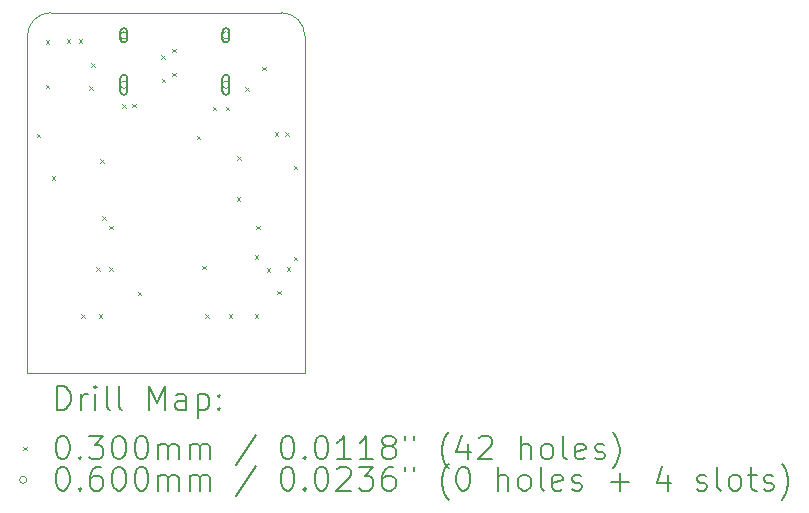
<source format=gbr>
%TF.GenerationSoftware,KiCad,Pcbnew,6.0.7+dfsg-1~bpo11+1*%
%TF.ProjectId,project,70726f6a-6563-4742-9e6b-696361645f70,rev?*%
%TF.SameCoordinates,Original*%
%TF.FileFunction,Drillmap*%
%TF.FilePolarity,Positive*%
%FSLAX45Y45*%
G04 Gerber Fmt 4.5, Leading zero omitted, Abs format (unit mm)*
%MOMM*%
%LPD*%
G01*
G04 APERTURE LIST*
%ADD10C,0.100000*%
%ADD11C,0.200000*%
%ADD12C,0.030000*%
%ADD13C,0.060000*%
G04 APERTURE END LIST*
D10*
X12225000Y-12647500D02*
X10115000Y-12647500D01*
X12350000Y-9800000D02*
X12350000Y-12647500D01*
X10000000Y-9800000D02*
X10000000Y-12647500D01*
X12350000Y-9800000D02*
G75*
G03*
X12150000Y-9600000I-200000J0D01*
G01*
X12225000Y-12647500D02*
X12350000Y-12647500D01*
X10200000Y-9600000D02*
X12150000Y-9600000D01*
X10115000Y-12647500D02*
X10000000Y-12647500D01*
X10200000Y-9600000D02*
G75*
G03*
X10000000Y-9800000I0J-200000D01*
G01*
D11*
D12*
X10081250Y-10626250D02*
X10111250Y-10656250D01*
X10111250Y-10626250D02*
X10081250Y-10656250D01*
X10155000Y-9835000D02*
X10185000Y-9865000D01*
X10185000Y-9835000D02*
X10155000Y-9865000D01*
X10155000Y-10212500D02*
X10185000Y-10242500D01*
X10185000Y-10212500D02*
X10155000Y-10242500D01*
X10205000Y-10985000D02*
X10235000Y-11015000D01*
X10235000Y-10985000D02*
X10205000Y-11015000D01*
X10335000Y-9825000D02*
X10365000Y-9855000D01*
X10365000Y-9825000D02*
X10335000Y-9855000D01*
X10433750Y-9823750D02*
X10463750Y-9853750D01*
X10463750Y-9823750D02*
X10433750Y-9853750D01*
X10455000Y-12155000D02*
X10485000Y-12185000D01*
X10485000Y-12155000D02*
X10455000Y-12185000D01*
X10525000Y-10222500D02*
X10555000Y-10252500D01*
X10555000Y-10222500D02*
X10525000Y-10252500D01*
X10539373Y-10029378D02*
X10569373Y-10059378D01*
X10569373Y-10029378D02*
X10539373Y-10059378D01*
X10585000Y-11755000D02*
X10615000Y-11785000D01*
X10615000Y-11755000D02*
X10585000Y-11785000D01*
X10605000Y-12155000D02*
X10635000Y-12185000D01*
X10635000Y-12155000D02*
X10605000Y-12185000D01*
X10616250Y-10841250D02*
X10646250Y-10871250D01*
X10646250Y-10841250D02*
X10616250Y-10871250D01*
X10635000Y-11325000D02*
X10665000Y-11355000D01*
X10665000Y-11325000D02*
X10635000Y-11355000D01*
X10695000Y-11405050D02*
X10725000Y-11435050D01*
X10725000Y-11405050D02*
X10695000Y-11435050D01*
X10695000Y-11755000D02*
X10725000Y-11785000D01*
X10725000Y-11755000D02*
X10695000Y-11785000D01*
X10805000Y-10375000D02*
X10835000Y-10405000D01*
X10835000Y-10375000D02*
X10805000Y-10405000D01*
X10890000Y-10370000D02*
X10920000Y-10400000D01*
X10920000Y-10370000D02*
X10890000Y-10400000D01*
X10933750Y-11963750D02*
X10963750Y-11993750D01*
X10963750Y-11963750D02*
X10933750Y-11993750D01*
X11135000Y-9962450D02*
X11165000Y-9992450D01*
X11165000Y-9962450D02*
X11135000Y-9992450D01*
X11139922Y-10159785D02*
X11169922Y-10189785D01*
X11169922Y-10159785D02*
X11139922Y-10189785D01*
X11225000Y-9907450D02*
X11255000Y-9937450D01*
X11255000Y-9907450D02*
X11225000Y-9937450D01*
X11226776Y-10109624D02*
X11256776Y-10139624D01*
X11256776Y-10109624D02*
X11226776Y-10139624D01*
X11435000Y-10642500D02*
X11465000Y-10672500D01*
X11465000Y-10642500D02*
X11435000Y-10672500D01*
X11480000Y-11745000D02*
X11510000Y-11775000D01*
X11510000Y-11745000D02*
X11480000Y-11775000D01*
X11505000Y-12155000D02*
X11535000Y-12185000D01*
X11535000Y-12155000D02*
X11505000Y-12185000D01*
X11570000Y-10397500D02*
X11600000Y-10427500D01*
X11600000Y-10397500D02*
X11570000Y-10427500D01*
X11680074Y-10397574D02*
X11710074Y-10427574D01*
X11710074Y-10397574D02*
X11680074Y-10427574D01*
X11705000Y-12155000D02*
X11735000Y-12185000D01*
X11735000Y-12155000D02*
X11705000Y-12185000D01*
X11775000Y-11165000D02*
X11805000Y-11195000D01*
X11805000Y-11165000D02*
X11775000Y-11195000D01*
X11779500Y-10818000D02*
X11809500Y-10848000D01*
X11809500Y-10818000D02*
X11779500Y-10848000D01*
X11845147Y-10232500D02*
X11875147Y-10262500D01*
X11875147Y-10232500D02*
X11845147Y-10262500D01*
X11925000Y-11655000D02*
X11955000Y-11685000D01*
X11955000Y-11655000D02*
X11925000Y-11685000D01*
X11925000Y-12155000D02*
X11955000Y-12185000D01*
X11955000Y-12155000D02*
X11925000Y-12185000D01*
X11936250Y-11406250D02*
X11966250Y-11436250D01*
X11966250Y-11406250D02*
X11936250Y-11436250D01*
X11990000Y-10057500D02*
X12020000Y-10087500D01*
X12020000Y-10057500D02*
X11990000Y-10087500D01*
X12027000Y-11763000D02*
X12057000Y-11793000D01*
X12057000Y-11763000D02*
X12027000Y-11793000D01*
X12095000Y-10612500D02*
X12125000Y-10642500D01*
X12125000Y-10612500D02*
X12095000Y-10642500D01*
X12115000Y-11955000D02*
X12145000Y-11985000D01*
X12145000Y-11955000D02*
X12115000Y-11985000D01*
X12185000Y-10612500D02*
X12215000Y-10642500D01*
X12215000Y-10612500D02*
X12185000Y-10642500D01*
X12195000Y-11755000D02*
X12225000Y-11785000D01*
X12225000Y-11755000D02*
X12195000Y-11785000D01*
X12255000Y-10897500D02*
X12285000Y-10927500D01*
X12285000Y-10897500D02*
X12255000Y-10927500D01*
X12255000Y-11667500D02*
X12285000Y-11697500D01*
X12285000Y-11667500D02*
X12255000Y-11697500D01*
D13*
X10848000Y-9792500D02*
G75*
G03*
X10848000Y-9792500I-30000J0D01*
G01*
D11*
X10848000Y-9822500D02*
X10848000Y-9762500D01*
X10788000Y-9822500D02*
X10788000Y-9762500D01*
X10848000Y-9762500D02*
G75*
G03*
X10788000Y-9762500I-30000J0D01*
G01*
X10788000Y-9822500D02*
G75*
G03*
X10848000Y-9822500I30000J0D01*
G01*
D13*
X10848000Y-10210500D02*
G75*
G03*
X10848000Y-10210500I-30000J0D01*
G01*
D11*
X10848000Y-10265500D02*
X10848000Y-10155500D01*
X10788000Y-10265500D02*
X10788000Y-10155500D01*
X10848000Y-10155500D02*
G75*
G03*
X10788000Y-10155500I-30000J0D01*
G01*
X10788000Y-10265500D02*
G75*
G03*
X10848000Y-10265500I30000J0D01*
G01*
D13*
X11712000Y-9792500D02*
G75*
G03*
X11712000Y-9792500I-30000J0D01*
G01*
D11*
X11712000Y-9822500D02*
X11712000Y-9762500D01*
X11652000Y-9822500D02*
X11652000Y-9762500D01*
X11712000Y-9762500D02*
G75*
G03*
X11652000Y-9762500I-30000J0D01*
G01*
X11652000Y-9822500D02*
G75*
G03*
X11712000Y-9822500I30000J0D01*
G01*
D13*
X11712000Y-10210500D02*
G75*
G03*
X11712000Y-10210500I-30000J0D01*
G01*
D11*
X11712000Y-10265500D02*
X11712000Y-10155500D01*
X11652000Y-10265500D02*
X11652000Y-10155500D01*
X11712000Y-10155500D02*
G75*
G03*
X11652000Y-10155500I-30000J0D01*
G01*
X11652000Y-10265500D02*
G75*
G03*
X11712000Y-10265500I30000J0D01*
G01*
X10252619Y-12962976D02*
X10252619Y-12762976D01*
X10300238Y-12762976D01*
X10328810Y-12772500D01*
X10347857Y-12791548D01*
X10357381Y-12810595D01*
X10366905Y-12848690D01*
X10366905Y-12877262D01*
X10357381Y-12915357D01*
X10347857Y-12934405D01*
X10328810Y-12953452D01*
X10300238Y-12962976D01*
X10252619Y-12962976D01*
X10452619Y-12962976D02*
X10452619Y-12829643D01*
X10452619Y-12867738D02*
X10462143Y-12848690D01*
X10471667Y-12839167D01*
X10490714Y-12829643D01*
X10509762Y-12829643D01*
X10576429Y-12962976D02*
X10576429Y-12829643D01*
X10576429Y-12762976D02*
X10566905Y-12772500D01*
X10576429Y-12782024D01*
X10585952Y-12772500D01*
X10576429Y-12762976D01*
X10576429Y-12782024D01*
X10700238Y-12962976D02*
X10681190Y-12953452D01*
X10671667Y-12934405D01*
X10671667Y-12762976D01*
X10805000Y-12962976D02*
X10785952Y-12953452D01*
X10776429Y-12934405D01*
X10776429Y-12762976D01*
X11033571Y-12962976D02*
X11033571Y-12762976D01*
X11100238Y-12905833D01*
X11166905Y-12762976D01*
X11166905Y-12962976D01*
X11347857Y-12962976D02*
X11347857Y-12858214D01*
X11338333Y-12839167D01*
X11319286Y-12829643D01*
X11281190Y-12829643D01*
X11262143Y-12839167D01*
X11347857Y-12953452D02*
X11328809Y-12962976D01*
X11281190Y-12962976D01*
X11262143Y-12953452D01*
X11252619Y-12934405D01*
X11252619Y-12915357D01*
X11262143Y-12896309D01*
X11281190Y-12886786D01*
X11328809Y-12886786D01*
X11347857Y-12877262D01*
X11443095Y-12829643D02*
X11443095Y-13029643D01*
X11443095Y-12839167D02*
X11462143Y-12829643D01*
X11500238Y-12829643D01*
X11519286Y-12839167D01*
X11528809Y-12848690D01*
X11538333Y-12867738D01*
X11538333Y-12924881D01*
X11528809Y-12943928D01*
X11519286Y-12953452D01*
X11500238Y-12962976D01*
X11462143Y-12962976D01*
X11443095Y-12953452D01*
X11624048Y-12943928D02*
X11633571Y-12953452D01*
X11624048Y-12962976D01*
X11614524Y-12953452D01*
X11624048Y-12943928D01*
X11624048Y-12962976D01*
X11624048Y-12839167D02*
X11633571Y-12848690D01*
X11624048Y-12858214D01*
X11614524Y-12848690D01*
X11624048Y-12839167D01*
X11624048Y-12858214D01*
D12*
X9965000Y-13277500D02*
X9995000Y-13307500D01*
X9995000Y-13277500D02*
X9965000Y-13307500D01*
D11*
X10290714Y-13182976D02*
X10309762Y-13182976D01*
X10328810Y-13192500D01*
X10338333Y-13202024D01*
X10347857Y-13221071D01*
X10357381Y-13259167D01*
X10357381Y-13306786D01*
X10347857Y-13344881D01*
X10338333Y-13363928D01*
X10328810Y-13373452D01*
X10309762Y-13382976D01*
X10290714Y-13382976D01*
X10271667Y-13373452D01*
X10262143Y-13363928D01*
X10252619Y-13344881D01*
X10243095Y-13306786D01*
X10243095Y-13259167D01*
X10252619Y-13221071D01*
X10262143Y-13202024D01*
X10271667Y-13192500D01*
X10290714Y-13182976D01*
X10443095Y-13363928D02*
X10452619Y-13373452D01*
X10443095Y-13382976D01*
X10433571Y-13373452D01*
X10443095Y-13363928D01*
X10443095Y-13382976D01*
X10519286Y-13182976D02*
X10643095Y-13182976D01*
X10576429Y-13259167D01*
X10605000Y-13259167D01*
X10624048Y-13268690D01*
X10633571Y-13278214D01*
X10643095Y-13297262D01*
X10643095Y-13344881D01*
X10633571Y-13363928D01*
X10624048Y-13373452D01*
X10605000Y-13382976D01*
X10547857Y-13382976D01*
X10528810Y-13373452D01*
X10519286Y-13363928D01*
X10766905Y-13182976D02*
X10785952Y-13182976D01*
X10805000Y-13192500D01*
X10814524Y-13202024D01*
X10824048Y-13221071D01*
X10833571Y-13259167D01*
X10833571Y-13306786D01*
X10824048Y-13344881D01*
X10814524Y-13363928D01*
X10805000Y-13373452D01*
X10785952Y-13382976D01*
X10766905Y-13382976D01*
X10747857Y-13373452D01*
X10738333Y-13363928D01*
X10728810Y-13344881D01*
X10719286Y-13306786D01*
X10719286Y-13259167D01*
X10728810Y-13221071D01*
X10738333Y-13202024D01*
X10747857Y-13192500D01*
X10766905Y-13182976D01*
X10957381Y-13182976D02*
X10976429Y-13182976D01*
X10995476Y-13192500D01*
X11005000Y-13202024D01*
X11014524Y-13221071D01*
X11024048Y-13259167D01*
X11024048Y-13306786D01*
X11014524Y-13344881D01*
X11005000Y-13363928D01*
X10995476Y-13373452D01*
X10976429Y-13382976D01*
X10957381Y-13382976D01*
X10938333Y-13373452D01*
X10928810Y-13363928D01*
X10919286Y-13344881D01*
X10909762Y-13306786D01*
X10909762Y-13259167D01*
X10919286Y-13221071D01*
X10928810Y-13202024D01*
X10938333Y-13192500D01*
X10957381Y-13182976D01*
X11109762Y-13382976D02*
X11109762Y-13249643D01*
X11109762Y-13268690D02*
X11119286Y-13259167D01*
X11138333Y-13249643D01*
X11166905Y-13249643D01*
X11185952Y-13259167D01*
X11195476Y-13278214D01*
X11195476Y-13382976D01*
X11195476Y-13278214D02*
X11205000Y-13259167D01*
X11224048Y-13249643D01*
X11252619Y-13249643D01*
X11271667Y-13259167D01*
X11281190Y-13278214D01*
X11281190Y-13382976D01*
X11376428Y-13382976D02*
X11376428Y-13249643D01*
X11376428Y-13268690D02*
X11385952Y-13259167D01*
X11405000Y-13249643D01*
X11433571Y-13249643D01*
X11452619Y-13259167D01*
X11462143Y-13278214D01*
X11462143Y-13382976D01*
X11462143Y-13278214D02*
X11471667Y-13259167D01*
X11490714Y-13249643D01*
X11519286Y-13249643D01*
X11538333Y-13259167D01*
X11547857Y-13278214D01*
X11547857Y-13382976D01*
X11938333Y-13173452D02*
X11766905Y-13430595D01*
X12195476Y-13182976D02*
X12214524Y-13182976D01*
X12233571Y-13192500D01*
X12243095Y-13202024D01*
X12252619Y-13221071D01*
X12262143Y-13259167D01*
X12262143Y-13306786D01*
X12252619Y-13344881D01*
X12243095Y-13363928D01*
X12233571Y-13373452D01*
X12214524Y-13382976D01*
X12195476Y-13382976D01*
X12176428Y-13373452D01*
X12166905Y-13363928D01*
X12157381Y-13344881D01*
X12147857Y-13306786D01*
X12147857Y-13259167D01*
X12157381Y-13221071D01*
X12166905Y-13202024D01*
X12176428Y-13192500D01*
X12195476Y-13182976D01*
X12347857Y-13363928D02*
X12357381Y-13373452D01*
X12347857Y-13382976D01*
X12338333Y-13373452D01*
X12347857Y-13363928D01*
X12347857Y-13382976D01*
X12481190Y-13182976D02*
X12500238Y-13182976D01*
X12519286Y-13192500D01*
X12528809Y-13202024D01*
X12538333Y-13221071D01*
X12547857Y-13259167D01*
X12547857Y-13306786D01*
X12538333Y-13344881D01*
X12528809Y-13363928D01*
X12519286Y-13373452D01*
X12500238Y-13382976D01*
X12481190Y-13382976D01*
X12462143Y-13373452D01*
X12452619Y-13363928D01*
X12443095Y-13344881D01*
X12433571Y-13306786D01*
X12433571Y-13259167D01*
X12443095Y-13221071D01*
X12452619Y-13202024D01*
X12462143Y-13192500D01*
X12481190Y-13182976D01*
X12738333Y-13382976D02*
X12624048Y-13382976D01*
X12681190Y-13382976D02*
X12681190Y-13182976D01*
X12662143Y-13211548D01*
X12643095Y-13230595D01*
X12624048Y-13240119D01*
X12928809Y-13382976D02*
X12814524Y-13382976D01*
X12871667Y-13382976D02*
X12871667Y-13182976D01*
X12852619Y-13211548D01*
X12833571Y-13230595D01*
X12814524Y-13240119D01*
X13043095Y-13268690D02*
X13024048Y-13259167D01*
X13014524Y-13249643D01*
X13005000Y-13230595D01*
X13005000Y-13221071D01*
X13014524Y-13202024D01*
X13024048Y-13192500D01*
X13043095Y-13182976D01*
X13081190Y-13182976D01*
X13100238Y-13192500D01*
X13109762Y-13202024D01*
X13119286Y-13221071D01*
X13119286Y-13230595D01*
X13109762Y-13249643D01*
X13100238Y-13259167D01*
X13081190Y-13268690D01*
X13043095Y-13268690D01*
X13024048Y-13278214D01*
X13014524Y-13287738D01*
X13005000Y-13306786D01*
X13005000Y-13344881D01*
X13014524Y-13363928D01*
X13024048Y-13373452D01*
X13043095Y-13382976D01*
X13081190Y-13382976D01*
X13100238Y-13373452D01*
X13109762Y-13363928D01*
X13119286Y-13344881D01*
X13119286Y-13306786D01*
X13109762Y-13287738D01*
X13100238Y-13278214D01*
X13081190Y-13268690D01*
X13195476Y-13182976D02*
X13195476Y-13221071D01*
X13271667Y-13182976D02*
X13271667Y-13221071D01*
X13566905Y-13459167D02*
X13557381Y-13449643D01*
X13538333Y-13421071D01*
X13528809Y-13402024D01*
X13519286Y-13373452D01*
X13509762Y-13325833D01*
X13509762Y-13287738D01*
X13519286Y-13240119D01*
X13528809Y-13211548D01*
X13538333Y-13192500D01*
X13557381Y-13163928D01*
X13566905Y-13154405D01*
X13728809Y-13249643D02*
X13728809Y-13382976D01*
X13681190Y-13173452D02*
X13633571Y-13316309D01*
X13757381Y-13316309D01*
X13824048Y-13202024D02*
X13833571Y-13192500D01*
X13852619Y-13182976D01*
X13900238Y-13182976D01*
X13919286Y-13192500D01*
X13928809Y-13202024D01*
X13938333Y-13221071D01*
X13938333Y-13240119D01*
X13928809Y-13268690D01*
X13814524Y-13382976D01*
X13938333Y-13382976D01*
X14176428Y-13382976D02*
X14176428Y-13182976D01*
X14262143Y-13382976D02*
X14262143Y-13278214D01*
X14252619Y-13259167D01*
X14233571Y-13249643D01*
X14205000Y-13249643D01*
X14185952Y-13259167D01*
X14176428Y-13268690D01*
X14385952Y-13382976D02*
X14366905Y-13373452D01*
X14357381Y-13363928D01*
X14347857Y-13344881D01*
X14347857Y-13287738D01*
X14357381Y-13268690D01*
X14366905Y-13259167D01*
X14385952Y-13249643D01*
X14414524Y-13249643D01*
X14433571Y-13259167D01*
X14443095Y-13268690D01*
X14452619Y-13287738D01*
X14452619Y-13344881D01*
X14443095Y-13363928D01*
X14433571Y-13373452D01*
X14414524Y-13382976D01*
X14385952Y-13382976D01*
X14566905Y-13382976D02*
X14547857Y-13373452D01*
X14538333Y-13354405D01*
X14538333Y-13182976D01*
X14719286Y-13373452D02*
X14700238Y-13382976D01*
X14662143Y-13382976D01*
X14643095Y-13373452D01*
X14633571Y-13354405D01*
X14633571Y-13278214D01*
X14643095Y-13259167D01*
X14662143Y-13249643D01*
X14700238Y-13249643D01*
X14719286Y-13259167D01*
X14728809Y-13278214D01*
X14728809Y-13297262D01*
X14633571Y-13316309D01*
X14805000Y-13373452D02*
X14824048Y-13382976D01*
X14862143Y-13382976D01*
X14881190Y-13373452D01*
X14890714Y-13354405D01*
X14890714Y-13344881D01*
X14881190Y-13325833D01*
X14862143Y-13316309D01*
X14833571Y-13316309D01*
X14814524Y-13306786D01*
X14805000Y-13287738D01*
X14805000Y-13278214D01*
X14814524Y-13259167D01*
X14833571Y-13249643D01*
X14862143Y-13249643D01*
X14881190Y-13259167D01*
X14957381Y-13459167D02*
X14966905Y-13449643D01*
X14985952Y-13421071D01*
X14995476Y-13402024D01*
X15005000Y-13373452D01*
X15014524Y-13325833D01*
X15014524Y-13287738D01*
X15005000Y-13240119D01*
X14995476Y-13211548D01*
X14985952Y-13192500D01*
X14966905Y-13163928D01*
X14957381Y-13154405D01*
D13*
X9995000Y-13556500D02*
G75*
G03*
X9995000Y-13556500I-30000J0D01*
G01*
D11*
X10290714Y-13446976D02*
X10309762Y-13446976D01*
X10328810Y-13456500D01*
X10338333Y-13466024D01*
X10347857Y-13485071D01*
X10357381Y-13523167D01*
X10357381Y-13570786D01*
X10347857Y-13608881D01*
X10338333Y-13627928D01*
X10328810Y-13637452D01*
X10309762Y-13646976D01*
X10290714Y-13646976D01*
X10271667Y-13637452D01*
X10262143Y-13627928D01*
X10252619Y-13608881D01*
X10243095Y-13570786D01*
X10243095Y-13523167D01*
X10252619Y-13485071D01*
X10262143Y-13466024D01*
X10271667Y-13456500D01*
X10290714Y-13446976D01*
X10443095Y-13627928D02*
X10452619Y-13637452D01*
X10443095Y-13646976D01*
X10433571Y-13637452D01*
X10443095Y-13627928D01*
X10443095Y-13646976D01*
X10624048Y-13446976D02*
X10585952Y-13446976D01*
X10566905Y-13456500D01*
X10557381Y-13466024D01*
X10538333Y-13494595D01*
X10528810Y-13532690D01*
X10528810Y-13608881D01*
X10538333Y-13627928D01*
X10547857Y-13637452D01*
X10566905Y-13646976D01*
X10605000Y-13646976D01*
X10624048Y-13637452D01*
X10633571Y-13627928D01*
X10643095Y-13608881D01*
X10643095Y-13561262D01*
X10633571Y-13542214D01*
X10624048Y-13532690D01*
X10605000Y-13523167D01*
X10566905Y-13523167D01*
X10547857Y-13532690D01*
X10538333Y-13542214D01*
X10528810Y-13561262D01*
X10766905Y-13446976D02*
X10785952Y-13446976D01*
X10805000Y-13456500D01*
X10814524Y-13466024D01*
X10824048Y-13485071D01*
X10833571Y-13523167D01*
X10833571Y-13570786D01*
X10824048Y-13608881D01*
X10814524Y-13627928D01*
X10805000Y-13637452D01*
X10785952Y-13646976D01*
X10766905Y-13646976D01*
X10747857Y-13637452D01*
X10738333Y-13627928D01*
X10728810Y-13608881D01*
X10719286Y-13570786D01*
X10719286Y-13523167D01*
X10728810Y-13485071D01*
X10738333Y-13466024D01*
X10747857Y-13456500D01*
X10766905Y-13446976D01*
X10957381Y-13446976D02*
X10976429Y-13446976D01*
X10995476Y-13456500D01*
X11005000Y-13466024D01*
X11014524Y-13485071D01*
X11024048Y-13523167D01*
X11024048Y-13570786D01*
X11014524Y-13608881D01*
X11005000Y-13627928D01*
X10995476Y-13637452D01*
X10976429Y-13646976D01*
X10957381Y-13646976D01*
X10938333Y-13637452D01*
X10928810Y-13627928D01*
X10919286Y-13608881D01*
X10909762Y-13570786D01*
X10909762Y-13523167D01*
X10919286Y-13485071D01*
X10928810Y-13466024D01*
X10938333Y-13456500D01*
X10957381Y-13446976D01*
X11109762Y-13646976D02*
X11109762Y-13513643D01*
X11109762Y-13532690D02*
X11119286Y-13523167D01*
X11138333Y-13513643D01*
X11166905Y-13513643D01*
X11185952Y-13523167D01*
X11195476Y-13542214D01*
X11195476Y-13646976D01*
X11195476Y-13542214D02*
X11205000Y-13523167D01*
X11224048Y-13513643D01*
X11252619Y-13513643D01*
X11271667Y-13523167D01*
X11281190Y-13542214D01*
X11281190Y-13646976D01*
X11376428Y-13646976D02*
X11376428Y-13513643D01*
X11376428Y-13532690D02*
X11385952Y-13523167D01*
X11405000Y-13513643D01*
X11433571Y-13513643D01*
X11452619Y-13523167D01*
X11462143Y-13542214D01*
X11462143Y-13646976D01*
X11462143Y-13542214D02*
X11471667Y-13523167D01*
X11490714Y-13513643D01*
X11519286Y-13513643D01*
X11538333Y-13523167D01*
X11547857Y-13542214D01*
X11547857Y-13646976D01*
X11938333Y-13437452D02*
X11766905Y-13694595D01*
X12195476Y-13446976D02*
X12214524Y-13446976D01*
X12233571Y-13456500D01*
X12243095Y-13466024D01*
X12252619Y-13485071D01*
X12262143Y-13523167D01*
X12262143Y-13570786D01*
X12252619Y-13608881D01*
X12243095Y-13627928D01*
X12233571Y-13637452D01*
X12214524Y-13646976D01*
X12195476Y-13646976D01*
X12176428Y-13637452D01*
X12166905Y-13627928D01*
X12157381Y-13608881D01*
X12147857Y-13570786D01*
X12147857Y-13523167D01*
X12157381Y-13485071D01*
X12166905Y-13466024D01*
X12176428Y-13456500D01*
X12195476Y-13446976D01*
X12347857Y-13627928D02*
X12357381Y-13637452D01*
X12347857Y-13646976D01*
X12338333Y-13637452D01*
X12347857Y-13627928D01*
X12347857Y-13646976D01*
X12481190Y-13446976D02*
X12500238Y-13446976D01*
X12519286Y-13456500D01*
X12528809Y-13466024D01*
X12538333Y-13485071D01*
X12547857Y-13523167D01*
X12547857Y-13570786D01*
X12538333Y-13608881D01*
X12528809Y-13627928D01*
X12519286Y-13637452D01*
X12500238Y-13646976D01*
X12481190Y-13646976D01*
X12462143Y-13637452D01*
X12452619Y-13627928D01*
X12443095Y-13608881D01*
X12433571Y-13570786D01*
X12433571Y-13523167D01*
X12443095Y-13485071D01*
X12452619Y-13466024D01*
X12462143Y-13456500D01*
X12481190Y-13446976D01*
X12624048Y-13466024D02*
X12633571Y-13456500D01*
X12652619Y-13446976D01*
X12700238Y-13446976D01*
X12719286Y-13456500D01*
X12728809Y-13466024D01*
X12738333Y-13485071D01*
X12738333Y-13504119D01*
X12728809Y-13532690D01*
X12614524Y-13646976D01*
X12738333Y-13646976D01*
X12805000Y-13446976D02*
X12928809Y-13446976D01*
X12862143Y-13523167D01*
X12890714Y-13523167D01*
X12909762Y-13532690D01*
X12919286Y-13542214D01*
X12928809Y-13561262D01*
X12928809Y-13608881D01*
X12919286Y-13627928D01*
X12909762Y-13637452D01*
X12890714Y-13646976D01*
X12833571Y-13646976D01*
X12814524Y-13637452D01*
X12805000Y-13627928D01*
X13100238Y-13446976D02*
X13062143Y-13446976D01*
X13043095Y-13456500D01*
X13033571Y-13466024D01*
X13014524Y-13494595D01*
X13005000Y-13532690D01*
X13005000Y-13608881D01*
X13014524Y-13627928D01*
X13024048Y-13637452D01*
X13043095Y-13646976D01*
X13081190Y-13646976D01*
X13100238Y-13637452D01*
X13109762Y-13627928D01*
X13119286Y-13608881D01*
X13119286Y-13561262D01*
X13109762Y-13542214D01*
X13100238Y-13532690D01*
X13081190Y-13523167D01*
X13043095Y-13523167D01*
X13024048Y-13532690D01*
X13014524Y-13542214D01*
X13005000Y-13561262D01*
X13195476Y-13446976D02*
X13195476Y-13485071D01*
X13271667Y-13446976D02*
X13271667Y-13485071D01*
X13566905Y-13723167D02*
X13557381Y-13713643D01*
X13538333Y-13685071D01*
X13528809Y-13666024D01*
X13519286Y-13637452D01*
X13509762Y-13589833D01*
X13509762Y-13551738D01*
X13519286Y-13504119D01*
X13528809Y-13475548D01*
X13538333Y-13456500D01*
X13557381Y-13427928D01*
X13566905Y-13418405D01*
X13681190Y-13446976D02*
X13700238Y-13446976D01*
X13719286Y-13456500D01*
X13728809Y-13466024D01*
X13738333Y-13485071D01*
X13747857Y-13523167D01*
X13747857Y-13570786D01*
X13738333Y-13608881D01*
X13728809Y-13627928D01*
X13719286Y-13637452D01*
X13700238Y-13646976D01*
X13681190Y-13646976D01*
X13662143Y-13637452D01*
X13652619Y-13627928D01*
X13643095Y-13608881D01*
X13633571Y-13570786D01*
X13633571Y-13523167D01*
X13643095Y-13485071D01*
X13652619Y-13466024D01*
X13662143Y-13456500D01*
X13681190Y-13446976D01*
X13985952Y-13646976D02*
X13985952Y-13446976D01*
X14071667Y-13646976D02*
X14071667Y-13542214D01*
X14062143Y-13523167D01*
X14043095Y-13513643D01*
X14014524Y-13513643D01*
X13995476Y-13523167D01*
X13985952Y-13532690D01*
X14195476Y-13646976D02*
X14176428Y-13637452D01*
X14166905Y-13627928D01*
X14157381Y-13608881D01*
X14157381Y-13551738D01*
X14166905Y-13532690D01*
X14176428Y-13523167D01*
X14195476Y-13513643D01*
X14224048Y-13513643D01*
X14243095Y-13523167D01*
X14252619Y-13532690D01*
X14262143Y-13551738D01*
X14262143Y-13608881D01*
X14252619Y-13627928D01*
X14243095Y-13637452D01*
X14224048Y-13646976D01*
X14195476Y-13646976D01*
X14376428Y-13646976D02*
X14357381Y-13637452D01*
X14347857Y-13618405D01*
X14347857Y-13446976D01*
X14528809Y-13637452D02*
X14509762Y-13646976D01*
X14471667Y-13646976D01*
X14452619Y-13637452D01*
X14443095Y-13618405D01*
X14443095Y-13542214D01*
X14452619Y-13523167D01*
X14471667Y-13513643D01*
X14509762Y-13513643D01*
X14528809Y-13523167D01*
X14538333Y-13542214D01*
X14538333Y-13561262D01*
X14443095Y-13580309D01*
X14614524Y-13637452D02*
X14633571Y-13646976D01*
X14671667Y-13646976D01*
X14690714Y-13637452D01*
X14700238Y-13618405D01*
X14700238Y-13608881D01*
X14690714Y-13589833D01*
X14671667Y-13580309D01*
X14643095Y-13580309D01*
X14624048Y-13570786D01*
X14614524Y-13551738D01*
X14614524Y-13542214D01*
X14624048Y-13523167D01*
X14643095Y-13513643D01*
X14671667Y-13513643D01*
X14690714Y-13523167D01*
X14938333Y-13570786D02*
X15090714Y-13570786D01*
X15014524Y-13646976D02*
X15014524Y-13494595D01*
X15424048Y-13513643D02*
X15424048Y-13646976D01*
X15376428Y-13437452D02*
X15328809Y-13580309D01*
X15452619Y-13580309D01*
X15671667Y-13637452D02*
X15690714Y-13646976D01*
X15728809Y-13646976D01*
X15747857Y-13637452D01*
X15757381Y-13618405D01*
X15757381Y-13608881D01*
X15747857Y-13589833D01*
X15728809Y-13580309D01*
X15700238Y-13580309D01*
X15681190Y-13570786D01*
X15671667Y-13551738D01*
X15671667Y-13542214D01*
X15681190Y-13523167D01*
X15700238Y-13513643D01*
X15728809Y-13513643D01*
X15747857Y-13523167D01*
X15871667Y-13646976D02*
X15852619Y-13637452D01*
X15843095Y-13618405D01*
X15843095Y-13446976D01*
X15976428Y-13646976D02*
X15957381Y-13637452D01*
X15947857Y-13627928D01*
X15938333Y-13608881D01*
X15938333Y-13551738D01*
X15947857Y-13532690D01*
X15957381Y-13523167D01*
X15976428Y-13513643D01*
X16005000Y-13513643D01*
X16024048Y-13523167D01*
X16033571Y-13532690D01*
X16043095Y-13551738D01*
X16043095Y-13608881D01*
X16033571Y-13627928D01*
X16024048Y-13637452D01*
X16005000Y-13646976D01*
X15976428Y-13646976D01*
X16100238Y-13513643D02*
X16176428Y-13513643D01*
X16128809Y-13446976D02*
X16128809Y-13618405D01*
X16138333Y-13637452D01*
X16157381Y-13646976D01*
X16176428Y-13646976D01*
X16233571Y-13637452D02*
X16252619Y-13646976D01*
X16290714Y-13646976D01*
X16309762Y-13637452D01*
X16319286Y-13618405D01*
X16319286Y-13608881D01*
X16309762Y-13589833D01*
X16290714Y-13580309D01*
X16262143Y-13580309D01*
X16243095Y-13570786D01*
X16233571Y-13551738D01*
X16233571Y-13542214D01*
X16243095Y-13523167D01*
X16262143Y-13513643D01*
X16290714Y-13513643D01*
X16309762Y-13523167D01*
X16385952Y-13723167D02*
X16395476Y-13713643D01*
X16414524Y-13685071D01*
X16424048Y-13666024D01*
X16433571Y-13637452D01*
X16443095Y-13589833D01*
X16443095Y-13551738D01*
X16433571Y-13504119D01*
X16424048Y-13475548D01*
X16414524Y-13456500D01*
X16395476Y-13427928D01*
X16385952Y-13418405D01*
M02*

</source>
